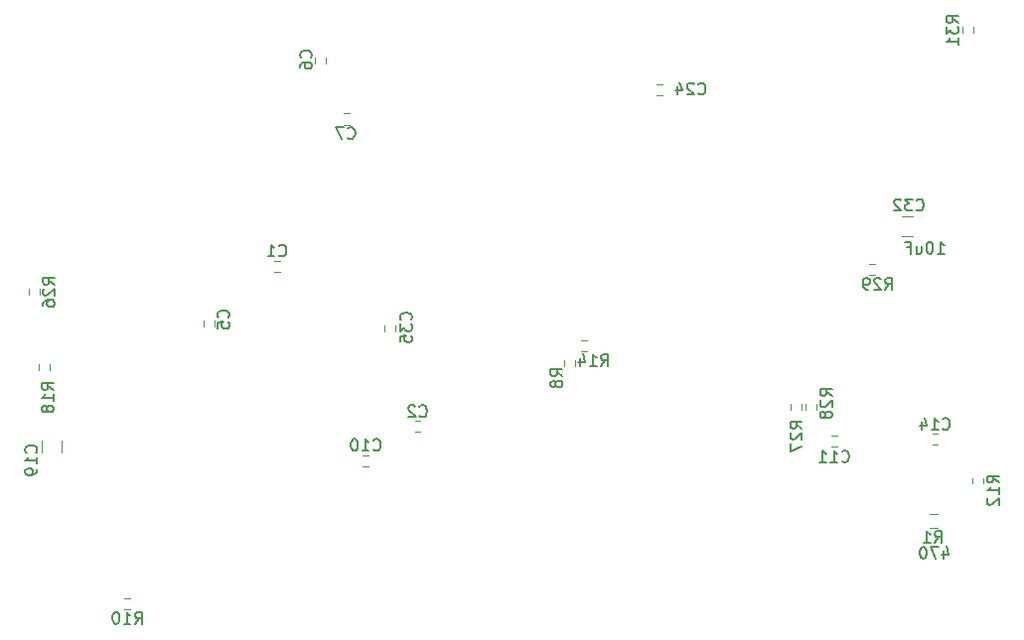
<source format=gbo>
G04 #@! TF.GenerationSoftware,KiCad,Pcbnew,(5.1.2)-1*
G04 #@! TF.CreationDate,2020-06-11T21:16:14+09:00*
G04 #@! TF.ProjectId,o2_breakout,6f325f62-7265-4616-9b6f-75742e6b6963,rev?*
G04 #@! TF.SameCoordinates,Original*
G04 #@! TF.FileFunction,Legend,Bot*
G04 #@! TF.FilePolarity,Positive*
%FSLAX46Y46*%
G04 Gerber Fmt 4.6, Leading zero omitted, Abs format (unit mm)*
G04 Created by KiCad (PCBNEW (5.1.2)-1) date 2020-06-11 21:16:14*
%MOMM*%
%LPD*%
G04 APERTURE LIST*
%ADD10C,0.120000*%
%ADD11C,0.150000*%
G04 APERTURE END LIST*
D10*
X104165500Y-101548120D02*
X104165500Y-102048120D01*
X103225500Y-102048120D02*
X103225500Y-101548120D01*
X182892800Y-72800400D02*
X182892800Y-73300400D01*
X181952800Y-73300400D02*
X181952800Y-72800400D01*
X182816400Y-111756000D02*
X182816400Y-111256000D01*
X183756400Y-111256000D02*
X183756400Y-111756000D01*
X174481300Y-93916600D02*
X173981300Y-93916600D01*
X173981300Y-92976600D02*
X174481300Y-92976600D01*
X168592400Y-105444100D02*
X168592400Y-104944100D01*
X169532400Y-104944100D02*
X169532400Y-105444100D01*
X167322400Y-105444100D02*
X167322400Y-104944100D01*
X168262400Y-104944100D02*
X168262400Y-105444100D01*
X110544800Y-121526200D02*
X111044800Y-121526200D01*
X111044800Y-122466200D02*
X110544800Y-122466200D01*
X102374600Y-95652400D02*
X102374600Y-95152400D01*
X103314600Y-95152400D02*
X103314600Y-95652400D01*
X148942600Y-101225800D02*
X148942600Y-101725800D01*
X148002600Y-101725800D02*
X148002600Y-101225800D01*
X149479900Y-99532600D02*
X149979900Y-99532600D01*
X149979900Y-100472600D02*
X149479900Y-100472600D01*
X155891420Y-77713740D02*
X156391420Y-77713740D01*
X156391420Y-78653740D02*
X155891420Y-78653740D01*
X179874100Y-114363200D02*
X179174100Y-114363200D01*
X179174100Y-115563200D02*
X179874100Y-115563200D01*
X103513520Y-109110400D02*
X103513520Y-108110400D01*
X105213520Y-108110400D02*
X105213520Y-109110400D01*
X127716380Y-75388660D02*
X127716380Y-75888660D01*
X126776380Y-75888660D02*
X126776380Y-75388660D01*
X133642200Y-98225800D02*
X133642200Y-98725800D01*
X132702200Y-98725800D02*
X132702200Y-98225800D01*
X176774220Y-88977100D02*
X177774220Y-88977100D01*
X177774220Y-90677100D02*
X176774220Y-90677100D01*
X135781300Y-107356000D02*
X135281300Y-107356000D01*
X135281300Y-106416000D02*
X135781300Y-106416000D01*
X123792500Y-93652700D02*
X123292500Y-93652700D01*
X123292500Y-92712700D02*
X123792500Y-92712700D01*
X179891500Y-108445400D02*
X179391500Y-108445400D01*
X179391500Y-107505400D02*
X179891500Y-107505400D01*
X170790500Y-107686000D02*
X171290500Y-107686000D01*
X171290500Y-108626000D02*
X170790500Y-108626000D01*
X130849560Y-109351980D02*
X131349560Y-109351980D01*
X131349560Y-110291980D02*
X130849560Y-110291980D01*
X118183200Y-97860300D02*
X118183200Y-98360300D01*
X117243200Y-98360300D02*
X117243200Y-97860300D01*
X129239200Y-80175000D02*
X129739200Y-80175000D01*
X129739200Y-81115000D02*
X129239200Y-81115000D01*
D11*
X104495860Y-103743522D02*
X104019670Y-103410189D01*
X104495860Y-103172094D02*
X103495860Y-103172094D01*
X103495860Y-103553046D01*
X103543480Y-103648284D01*
X103591099Y-103695903D01*
X103686337Y-103743522D01*
X103829194Y-103743522D01*
X103924432Y-103695903D01*
X103972051Y-103648284D01*
X104019670Y-103553046D01*
X104019670Y-103172094D01*
X104495860Y-104695903D02*
X104495860Y-104124475D01*
X104495860Y-104410189D02*
X103495860Y-104410189D01*
X103638718Y-104314951D01*
X103733956Y-104219713D01*
X103781575Y-104124475D01*
X103924432Y-105267332D02*
X103876813Y-105172094D01*
X103829194Y-105124475D01*
X103733956Y-105076856D01*
X103686337Y-105076856D01*
X103591099Y-105124475D01*
X103543480Y-105172094D01*
X103495860Y-105267332D01*
X103495860Y-105457808D01*
X103543480Y-105553046D01*
X103591099Y-105600665D01*
X103686337Y-105648284D01*
X103733956Y-105648284D01*
X103829194Y-105600665D01*
X103876813Y-105553046D01*
X103924432Y-105457808D01*
X103924432Y-105267332D01*
X103972051Y-105172094D01*
X104019670Y-105124475D01*
X104114908Y-105076856D01*
X104305384Y-105076856D01*
X104400622Y-105124475D01*
X104448241Y-105172094D01*
X104495860Y-105267332D01*
X104495860Y-105457808D01*
X104448241Y-105553046D01*
X104400622Y-105600665D01*
X104305384Y-105648284D01*
X104114908Y-105648284D01*
X104019670Y-105600665D01*
X103972051Y-105553046D01*
X103924432Y-105457808D01*
X181605180Y-72407542D02*
X181128990Y-72074209D01*
X181605180Y-71836114D02*
X180605180Y-71836114D01*
X180605180Y-72217066D01*
X180652800Y-72312304D01*
X180700419Y-72359923D01*
X180795657Y-72407542D01*
X180938514Y-72407542D01*
X181033752Y-72359923D01*
X181081371Y-72312304D01*
X181128990Y-72217066D01*
X181128990Y-71836114D01*
X180605180Y-72740876D02*
X180605180Y-73359923D01*
X180986133Y-73026590D01*
X180986133Y-73169447D01*
X181033752Y-73264685D01*
X181081371Y-73312304D01*
X181176609Y-73359923D01*
X181414704Y-73359923D01*
X181509942Y-73312304D01*
X181557561Y-73264685D01*
X181605180Y-73169447D01*
X181605180Y-72883733D01*
X181557561Y-72788495D01*
X181509942Y-72740876D01*
X181605180Y-74312304D02*
X181605180Y-73740876D01*
X181605180Y-74026590D02*
X180605180Y-74026590D01*
X180748038Y-73931352D01*
X180843276Y-73836114D01*
X180890895Y-73740876D01*
X185072280Y-111663242D02*
X184596090Y-111329909D01*
X185072280Y-111091814D02*
X184072280Y-111091814D01*
X184072280Y-111472766D01*
X184119900Y-111568004D01*
X184167519Y-111615623D01*
X184262757Y-111663242D01*
X184405614Y-111663242D01*
X184500852Y-111615623D01*
X184548471Y-111568004D01*
X184596090Y-111472766D01*
X184596090Y-111091814D01*
X185072280Y-112615623D02*
X185072280Y-112044195D01*
X185072280Y-112329909D02*
X184072280Y-112329909D01*
X184215138Y-112234671D01*
X184310376Y-112139433D01*
X184357995Y-112044195D01*
X184167519Y-112996576D02*
X184119900Y-113044195D01*
X184072280Y-113139433D01*
X184072280Y-113377528D01*
X184119900Y-113472766D01*
X184167519Y-113520385D01*
X184262757Y-113568004D01*
X184357995Y-113568004D01*
X184500852Y-113520385D01*
X185072280Y-112948957D01*
X185072280Y-113568004D01*
X175394857Y-95194380D02*
X175728190Y-94718190D01*
X175966285Y-95194380D02*
X175966285Y-94194380D01*
X175585333Y-94194380D01*
X175490095Y-94242000D01*
X175442476Y-94289619D01*
X175394857Y-94384857D01*
X175394857Y-94527714D01*
X175442476Y-94622952D01*
X175490095Y-94670571D01*
X175585333Y-94718190D01*
X175966285Y-94718190D01*
X175013904Y-94289619D02*
X174966285Y-94242000D01*
X174871047Y-94194380D01*
X174632952Y-94194380D01*
X174537714Y-94242000D01*
X174490095Y-94289619D01*
X174442476Y-94384857D01*
X174442476Y-94480095D01*
X174490095Y-94622952D01*
X175061523Y-95194380D01*
X174442476Y-95194380D01*
X173966285Y-95194380D02*
X173775809Y-95194380D01*
X173680571Y-95146761D01*
X173632952Y-95099142D01*
X173537714Y-94956285D01*
X173490095Y-94765809D01*
X173490095Y-94384857D01*
X173537714Y-94289619D01*
X173585333Y-94242000D01*
X173680571Y-94194380D01*
X173871047Y-94194380D01*
X173966285Y-94242000D01*
X174013904Y-94289619D01*
X174061523Y-94384857D01*
X174061523Y-94622952D01*
X174013904Y-94718190D01*
X173966285Y-94765809D01*
X173871047Y-94813428D01*
X173680571Y-94813428D01*
X173585333Y-94765809D01*
X173537714Y-94718190D01*
X173490095Y-94622952D01*
X170845180Y-104261942D02*
X170368990Y-103928609D01*
X170845180Y-103690514D02*
X169845180Y-103690514D01*
X169845180Y-104071466D01*
X169892800Y-104166704D01*
X169940419Y-104214323D01*
X170035657Y-104261942D01*
X170178514Y-104261942D01*
X170273752Y-104214323D01*
X170321371Y-104166704D01*
X170368990Y-104071466D01*
X170368990Y-103690514D01*
X169940419Y-104642895D02*
X169892800Y-104690514D01*
X169845180Y-104785752D01*
X169845180Y-105023847D01*
X169892800Y-105119085D01*
X169940419Y-105166704D01*
X170035657Y-105214323D01*
X170130895Y-105214323D01*
X170273752Y-105166704D01*
X170845180Y-104595276D01*
X170845180Y-105214323D01*
X170273752Y-105785752D02*
X170226133Y-105690514D01*
X170178514Y-105642895D01*
X170083276Y-105595276D01*
X170035657Y-105595276D01*
X169940419Y-105642895D01*
X169892800Y-105690514D01*
X169845180Y-105785752D01*
X169845180Y-105976228D01*
X169892800Y-106071466D01*
X169940419Y-106119085D01*
X170035657Y-106166704D01*
X170083276Y-106166704D01*
X170178514Y-106119085D01*
X170226133Y-106071466D01*
X170273752Y-105976228D01*
X170273752Y-105785752D01*
X170321371Y-105690514D01*
X170368990Y-105642895D01*
X170464228Y-105595276D01*
X170654704Y-105595276D01*
X170749942Y-105642895D01*
X170797561Y-105690514D01*
X170845180Y-105785752D01*
X170845180Y-105976228D01*
X170797561Y-106071466D01*
X170749942Y-106119085D01*
X170654704Y-106166704D01*
X170464228Y-106166704D01*
X170368990Y-106119085D01*
X170321371Y-106071466D01*
X170273752Y-105976228D01*
X168292480Y-107043242D02*
X167816290Y-106709909D01*
X168292480Y-106471814D02*
X167292480Y-106471814D01*
X167292480Y-106852766D01*
X167340100Y-106948004D01*
X167387719Y-106995623D01*
X167482957Y-107043242D01*
X167625814Y-107043242D01*
X167721052Y-106995623D01*
X167768671Y-106948004D01*
X167816290Y-106852766D01*
X167816290Y-106471814D01*
X167387719Y-107424195D02*
X167340100Y-107471814D01*
X167292480Y-107567052D01*
X167292480Y-107805147D01*
X167340100Y-107900385D01*
X167387719Y-107948004D01*
X167482957Y-107995623D01*
X167578195Y-107995623D01*
X167721052Y-107948004D01*
X168292480Y-107376576D01*
X168292480Y-107995623D01*
X167292480Y-108328957D02*
X167292480Y-108995623D01*
X168292480Y-108567052D01*
X111437657Y-123718580D02*
X111770990Y-123242390D01*
X112009085Y-123718580D02*
X112009085Y-122718580D01*
X111628133Y-122718580D01*
X111532895Y-122766200D01*
X111485276Y-122813819D01*
X111437657Y-122909057D01*
X111437657Y-123051914D01*
X111485276Y-123147152D01*
X111532895Y-123194771D01*
X111628133Y-123242390D01*
X112009085Y-123242390D01*
X110485276Y-123718580D02*
X111056704Y-123718580D01*
X110770990Y-123718580D02*
X110770990Y-122718580D01*
X110866228Y-122861438D01*
X110961466Y-122956676D01*
X111056704Y-123004295D01*
X109866228Y-122718580D02*
X109770990Y-122718580D01*
X109675752Y-122766200D01*
X109628133Y-122813819D01*
X109580514Y-122909057D01*
X109532895Y-123099533D01*
X109532895Y-123337628D01*
X109580514Y-123528104D01*
X109628133Y-123623342D01*
X109675752Y-123670961D01*
X109770990Y-123718580D01*
X109866228Y-123718580D01*
X109961466Y-123670961D01*
X110009085Y-123623342D01*
X110056704Y-123528104D01*
X110104323Y-123337628D01*
X110104323Y-123099533D01*
X110056704Y-122909057D01*
X110009085Y-122813819D01*
X109961466Y-122766200D01*
X109866228Y-122718580D01*
X104566980Y-94759542D02*
X104090790Y-94426209D01*
X104566980Y-94188114D02*
X103566980Y-94188114D01*
X103566980Y-94569066D01*
X103614600Y-94664304D01*
X103662219Y-94711923D01*
X103757457Y-94759542D01*
X103900314Y-94759542D01*
X103995552Y-94711923D01*
X104043171Y-94664304D01*
X104090790Y-94569066D01*
X104090790Y-94188114D01*
X103662219Y-95140495D02*
X103614600Y-95188114D01*
X103566980Y-95283352D01*
X103566980Y-95521447D01*
X103614600Y-95616685D01*
X103662219Y-95664304D01*
X103757457Y-95711923D01*
X103852695Y-95711923D01*
X103995552Y-95664304D01*
X104566980Y-95092876D01*
X104566980Y-95711923D01*
X103566980Y-96569066D02*
X103566980Y-96378590D01*
X103614600Y-96283352D01*
X103662219Y-96235733D01*
X103805076Y-96140495D01*
X103995552Y-96092876D01*
X104376504Y-96092876D01*
X104471742Y-96140495D01*
X104519361Y-96188114D01*
X104566980Y-96283352D01*
X104566980Y-96473828D01*
X104519361Y-96569066D01*
X104471742Y-96616685D01*
X104376504Y-96664304D01*
X104138409Y-96664304D01*
X104043171Y-96616685D01*
X103995552Y-96569066D01*
X103947933Y-96473828D01*
X103947933Y-96283352D01*
X103995552Y-96188114D01*
X104043171Y-96140495D01*
X104138409Y-96092876D01*
X147866360Y-102583953D02*
X147390170Y-102250620D01*
X147866360Y-102012524D02*
X146866360Y-102012524D01*
X146866360Y-102393477D01*
X146913980Y-102488715D01*
X146961599Y-102536334D01*
X147056837Y-102583953D01*
X147199694Y-102583953D01*
X147294932Y-102536334D01*
X147342551Y-102488715D01*
X147390170Y-102393477D01*
X147390170Y-102012524D01*
X147294932Y-103155381D02*
X147247313Y-103060143D01*
X147199694Y-103012524D01*
X147104456Y-102964905D01*
X147056837Y-102964905D01*
X146961599Y-103012524D01*
X146913980Y-103060143D01*
X146866360Y-103155381D01*
X146866360Y-103345858D01*
X146913980Y-103441096D01*
X146961599Y-103488715D01*
X147056837Y-103536334D01*
X147104456Y-103536334D01*
X147199694Y-103488715D01*
X147247313Y-103441096D01*
X147294932Y-103345858D01*
X147294932Y-103155381D01*
X147342551Y-103060143D01*
X147390170Y-103012524D01*
X147485408Y-102964905D01*
X147675884Y-102964905D01*
X147771122Y-103012524D01*
X147818741Y-103060143D01*
X147866360Y-103155381D01*
X147866360Y-103345858D01*
X147818741Y-103441096D01*
X147771122Y-103488715D01*
X147675884Y-103536334D01*
X147485408Y-103536334D01*
X147390170Y-103488715D01*
X147342551Y-103441096D01*
X147294932Y-103345858D01*
X151163257Y-101706940D02*
X151496590Y-101230750D01*
X151734685Y-101706940D02*
X151734685Y-100706940D01*
X151353733Y-100706940D01*
X151258495Y-100754560D01*
X151210876Y-100802179D01*
X151163257Y-100897417D01*
X151163257Y-101040274D01*
X151210876Y-101135512D01*
X151258495Y-101183131D01*
X151353733Y-101230750D01*
X151734685Y-101230750D01*
X150210876Y-101706940D02*
X150782304Y-101706940D01*
X150496590Y-101706940D02*
X150496590Y-100706940D01*
X150591828Y-100849798D01*
X150687066Y-100945036D01*
X150782304Y-100992655D01*
X149353733Y-101040274D02*
X149353733Y-101706940D01*
X149591828Y-100659321D02*
X149829923Y-101373607D01*
X149210876Y-101373607D01*
X159448737Y-78462142D02*
X159496356Y-78509761D01*
X159639213Y-78557380D01*
X159734451Y-78557380D01*
X159877308Y-78509761D01*
X159972546Y-78414523D01*
X160020165Y-78319285D01*
X160067784Y-78128809D01*
X160067784Y-77985952D01*
X160020165Y-77795476D01*
X159972546Y-77700238D01*
X159877308Y-77605000D01*
X159734451Y-77557380D01*
X159639213Y-77557380D01*
X159496356Y-77605000D01*
X159448737Y-77652619D01*
X159067784Y-77652619D02*
X159020165Y-77605000D01*
X158924927Y-77557380D01*
X158686832Y-77557380D01*
X158591594Y-77605000D01*
X158543975Y-77652619D01*
X158496356Y-77747857D01*
X158496356Y-77843095D01*
X158543975Y-77985952D01*
X159115403Y-78557380D01*
X158496356Y-78557380D01*
X157639213Y-77890714D02*
X157639213Y-78557380D01*
X157877308Y-77509761D02*
X158115403Y-78224047D01*
X157496356Y-78224047D01*
X179614566Y-116807500D02*
X179947900Y-116331310D01*
X180185995Y-116807500D02*
X180185995Y-115807500D01*
X179805042Y-115807500D01*
X179709804Y-115855120D01*
X179662185Y-115902739D01*
X179614566Y-115997977D01*
X179614566Y-116140834D01*
X179662185Y-116236072D01*
X179709804Y-116283691D01*
X179805042Y-116331310D01*
X180185995Y-116331310D01*
X178662185Y-116807500D02*
X179233614Y-116807500D01*
X178947900Y-116807500D02*
X178947900Y-115807500D01*
X179043138Y-115950358D01*
X179138376Y-116045596D01*
X179233614Y-116093215D01*
X180336804Y-117474334D02*
X180336804Y-118141000D01*
X180574900Y-117093381D02*
X180812995Y-117807667D01*
X180193947Y-117807667D01*
X179908233Y-117141000D02*
X179241566Y-117141000D01*
X179670138Y-118141000D01*
X178670138Y-117141000D02*
X178574900Y-117141000D01*
X178479661Y-117188620D01*
X178432042Y-117236239D01*
X178384423Y-117331477D01*
X178336804Y-117521953D01*
X178336804Y-117760048D01*
X178384423Y-117950524D01*
X178432042Y-118045762D01*
X178479661Y-118093381D01*
X178574900Y-118141000D01*
X178670138Y-118141000D01*
X178765376Y-118093381D01*
X178812995Y-118045762D01*
X178860614Y-117950524D01*
X178908233Y-117760048D01*
X178908233Y-117521953D01*
X178860614Y-117331477D01*
X178812995Y-117236239D01*
X178765376Y-117188620D01*
X178670138Y-117141000D01*
X102985842Y-109110542D02*
X103033461Y-109062923D01*
X103081080Y-108920066D01*
X103081080Y-108824828D01*
X103033461Y-108681971D01*
X102938223Y-108586733D01*
X102842985Y-108539114D01*
X102652509Y-108491495D01*
X102509652Y-108491495D01*
X102319176Y-108539114D01*
X102223938Y-108586733D01*
X102128700Y-108681971D01*
X102081080Y-108824828D01*
X102081080Y-108920066D01*
X102128700Y-109062923D01*
X102176319Y-109110542D01*
X103081080Y-110062923D02*
X103081080Y-109491495D01*
X103081080Y-109777209D02*
X102081080Y-109777209D01*
X102223938Y-109681971D01*
X102319176Y-109586733D01*
X102366795Y-109491495D01*
X103081080Y-110539114D02*
X103081080Y-110729590D01*
X103033461Y-110824828D01*
X102985842Y-110872447D01*
X102842985Y-110967685D01*
X102652509Y-111015304D01*
X102271557Y-111015304D01*
X102176319Y-110967685D01*
X102128700Y-110920066D01*
X102081080Y-110824828D01*
X102081080Y-110634352D01*
X102128700Y-110539114D01*
X102176319Y-110491495D01*
X102271557Y-110443876D01*
X102509652Y-110443876D01*
X102604890Y-110491495D01*
X102652509Y-110539114D01*
X102700128Y-110634352D01*
X102700128Y-110824828D01*
X102652509Y-110920066D01*
X102604890Y-110967685D01*
X102509652Y-111015304D01*
X126417342Y-75411033D02*
X126464961Y-75363414D01*
X126512580Y-75220557D01*
X126512580Y-75125319D01*
X126464961Y-74982461D01*
X126369723Y-74887223D01*
X126274485Y-74839604D01*
X126084009Y-74791985D01*
X125941152Y-74791985D01*
X125750676Y-74839604D01*
X125655438Y-74887223D01*
X125560200Y-74982461D01*
X125512580Y-75125319D01*
X125512580Y-75220557D01*
X125560200Y-75363414D01*
X125607819Y-75411033D01*
X125512580Y-76268176D02*
X125512580Y-76077700D01*
X125560200Y-75982461D01*
X125607819Y-75934842D01*
X125750676Y-75839604D01*
X125941152Y-75791985D01*
X126322104Y-75791985D01*
X126417342Y-75839604D01*
X126464961Y-75887223D01*
X126512580Y-75982461D01*
X126512580Y-76172938D01*
X126464961Y-76268176D01*
X126417342Y-76315795D01*
X126322104Y-76363414D01*
X126084009Y-76363414D01*
X125988771Y-76315795D01*
X125941152Y-76268176D01*
X125893533Y-76172938D01*
X125893533Y-75982461D01*
X125941152Y-75887223D01*
X125988771Y-75839604D01*
X126084009Y-75791985D01*
X134944122Y-97789762D02*
X134991741Y-97742143D01*
X135039360Y-97599286D01*
X135039360Y-97504048D01*
X134991741Y-97361191D01*
X134896503Y-97265953D01*
X134801265Y-97218334D01*
X134610789Y-97170715D01*
X134467932Y-97170715D01*
X134277456Y-97218334D01*
X134182218Y-97265953D01*
X134086980Y-97361191D01*
X134039360Y-97504048D01*
X134039360Y-97599286D01*
X134086980Y-97742143D01*
X134134599Y-97789762D01*
X134039360Y-98123096D02*
X134039360Y-98742143D01*
X134420313Y-98408810D01*
X134420313Y-98551667D01*
X134467932Y-98646905D01*
X134515551Y-98694524D01*
X134610789Y-98742143D01*
X134848884Y-98742143D01*
X134944122Y-98694524D01*
X134991741Y-98646905D01*
X135039360Y-98551667D01*
X135039360Y-98265953D01*
X134991741Y-98170715D01*
X134944122Y-98123096D01*
X134039360Y-99646905D02*
X134039360Y-99170715D01*
X134515551Y-99123096D01*
X134467932Y-99170715D01*
X134420313Y-99265953D01*
X134420313Y-99504048D01*
X134467932Y-99599286D01*
X134515551Y-99646905D01*
X134610789Y-99694524D01*
X134848884Y-99694524D01*
X134944122Y-99646905D01*
X134991741Y-99599286D01*
X135039360Y-99504048D01*
X135039360Y-99265953D01*
X134991741Y-99170715D01*
X134944122Y-99123096D01*
X178044077Y-88380842D02*
X178091696Y-88428461D01*
X178234553Y-88476080D01*
X178329791Y-88476080D01*
X178472648Y-88428461D01*
X178567886Y-88333223D01*
X178615505Y-88237985D01*
X178663124Y-88047509D01*
X178663124Y-87904652D01*
X178615505Y-87714176D01*
X178567886Y-87618938D01*
X178472648Y-87523700D01*
X178329791Y-87476080D01*
X178234553Y-87476080D01*
X178091696Y-87523700D01*
X178044077Y-87571319D01*
X177710743Y-87476080D02*
X177091696Y-87476080D01*
X177425029Y-87857033D01*
X177282172Y-87857033D01*
X177186934Y-87904652D01*
X177139315Y-87952271D01*
X177091696Y-88047509D01*
X177091696Y-88285604D01*
X177139315Y-88380842D01*
X177186934Y-88428461D01*
X177282172Y-88476080D01*
X177567886Y-88476080D01*
X177663124Y-88428461D01*
X177710743Y-88380842D01*
X176710743Y-87571319D02*
X176663124Y-87523700D01*
X176567886Y-87476080D01*
X176329791Y-87476080D01*
X176234553Y-87523700D01*
X176186934Y-87571319D01*
X176139315Y-87666557D01*
X176139315Y-87761795D01*
X176186934Y-87904652D01*
X176758362Y-88476080D01*
X176139315Y-88476080D01*
X179849328Y-92120980D02*
X180420757Y-92120980D01*
X180135042Y-92120980D02*
X180135042Y-91120980D01*
X180230280Y-91263838D01*
X180325519Y-91359076D01*
X180420757Y-91406695D01*
X179230280Y-91120980D02*
X179135042Y-91120980D01*
X179039804Y-91168600D01*
X178992185Y-91216219D01*
X178944566Y-91311457D01*
X178896947Y-91501933D01*
X178896947Y-91740028D01*
X178944566Y-91930504D01*
X178992185Y-92025742D01*
X179039804Y-92073361D01*
X179135042Y-92120980D01*
X179230280Y-92120980D01*
X179325519Y-92073361D01*
X179373138Y-92025742D01*
X179420757Y-91930504D01*
X179468376Y-91740028D01*
X179468376Y-91501933D01*
X179420757Y-91311457D01*
X179373138Y-91216219D01*
X179325519Y-91168600D01*
X179230280Y-91120980D01*
X178039804Y-91454314D02*
X178039804Y-92120980D01*
X178468376Y-91454314D02*
X178468376Y-91978123D01*
X178420757Y-92073361D01*
X178325519Y-92120980D01*
X178182661Y-92120980D01*
X178087423Y-92073361D01*
X178039804Y-92025742D01*
X177230280Y-91597171D02*
X177563614Y-91597171D01*
X177563614Y-92120980D02*
X177563614Y-91120980D01*
X177087423Y-91120980D01*
X135697966Y-105973142D02*
X135745585Y-106020761D01*
X135888442Y-106068380D01*
X135983680Y-106068380D01*
X136126538Y-106020761D01*
X136221776Y-105925523D01*
X136269395Y-105830285D01*
X136317014Y-105639809D01*
X136317014Y-105496952D01*
X136269395Y-105306476D01*
X136221776Y-105211238D01*
X136126538Y-105116000D01*
X135983680Y-105068380D01*
X135888442Y-105068380D01*
X135745585Y-105116000D01*
X135697966Y-105163619D01*
X135317014Y-105163619D02*
X135269395Y-105116000D01*
X135174157Y-105068380D01*
X134936061Y-105068380D01*
X134840823Y-105116000D01*
X134793204Y-105163619D01*
X134745585Y-105258857D01*
X134745585Y-105354095D01*
X134793204Y-105496952D01*
X135364633Y-106068380D01*
X134745585Y-106068380D01*
X123709166Y-92269842D02*
X123756785Y-92317461D01*
X123899642Y-92365080D01*
X123994880Y-92365080D01*
X124137738Y-92317461D01*
X124232976Y-92222223D01*
X124280595Y-92126985D01*
X124328214Y-91936509D01*
X124328214Y-91793652D01*
X124280595Y-91603176D01*
X124232976Y-91507938D01*
X124137738Y-91412700D01*
X123994880Y-91365080D01*
X123899642Y-91365080D01*
X123756785Y-91412700D01*
X123709166Y-91460319D01*
X122756785Y-92365080D02*
X123328214Y-92365080D01*
X123042500Y-92365080D02*
X123042500Y-91365080D01*
X123137738Y-91507938D01*
X123232976Y-91603176D01*
X123328214Y-91650795D01*
X180284357Y-107062542D02*
X180331976Y-107110161D01*
X180474833Y-107157780D01*
X180570071Y-107157780D01*
X180712928Y-107110161D01*
X180808166Y-107014923D01*
X180855785Y-106919685D01*
X180903404Y-106729209D01*
X180903404Y-106586352D01*
X180855785Y-106395876D01*
X180808166Y-106300638D01*
X180712928Y-106205400D01*
X180570071Y-106157780D01*
X180474833Y-106157780D01*
X180331976Y-106205400D01*
X180284357Y-106253019D01*
X179331976Y-107157780D02*
X179903404Y-107157780D01*
X179617690Y-107157780D02*
X179617690Y-106157780D01*
X179712928Y-106300638D01*
X179808166Y-106395876D01*
X179903404Y-106443495D01*
X178474833Y-106491114D02*
X178474833Y-107157780D01*
X178712928Y-106110161D02*
X178951023Y-106824447D01*
X178331976Y-106824447D01*
X171683357Y-109846642D02*
X171730976Y-109894261D01*
X171873833Y-109941880D01*
X171969071Y-109941880D01*
X172111928Y-109894261D01*
X172207166Y-109799023D01*
X172254785Y-109703785D01*
X172302404Y-109513309D01*
X172302404Y-109370452D01*
X172254785Y-109179976D01*
X172207166Y-109084738D01*
X172111928Y-108989500D01*
X171969071Y-108941880D01*
X171873833Y-108941880D01*
X171730976Y-108989500D01*
X171683357Y-109037119D01*
X170730976Y-109941880D02*
X171302404Y-109941880D01*
X171016690Y-109941880D02*
X171016690Y-108941880D01*
X171111928Y-109084738D01*
X171207166Y-109179976D01*
X171302404Y-109227595D01*
X169778595Y-109941880D02*
X170350023Y-109941880D01*
X170064309Y-109941880D02*
X170064309Y-108941880D01*
X170159547Y-109084738D01*
X170254785Y-109179976D01*
X170350023Y-109227595D01*
X131757657Y-108853242D02*
X131805276Y-108900861D01*
X131948133Y-108948480D01*
X132043371Y-108948480D01*
X132186228Y-108900861D01*
X132281466Y-108805623D01*
X132329085Y-108710385D01*
X132376704Y-108519909D01*
X132376704Y-108377052D01*
X132329085Y-108186576D01*
X132281466Y-108091338D01*
X132186228Y-107996100D01*
X132043371Y-107948480D01*
X131948133Y-107948480D01*
X131805276Y-107996100D01*
X131757657Y-108043719D01*
X130805276Y-108948480D02*
X131376704Y-108948480D01*
X131090990Y-108948480D02*
X131090990Y-107948480D01*
X131186228Y-108091338D01*
X131281466Y-108186576D01*
X131376704Y-108234195D01*
X130186228Y-107948480D02*
X130090990Y-107948480D01*
X129995752Y-107996100D01*
X129948133Y-108043719D01*
X129900514Y-108138957D01*
X129852895Y-108329433D01*
X129852895Y-108567528D01*
X129900514Y-108758004D01*
X129948133Y-108853242D01*
X129995752Y-108900861D01*
X130090990Y-108948480D01*
X130186228Y-108948480D01*
X130281466Y-108900861D01*
X130329085Y-108853242D01*
X130376704Y-108758004D01*
X130424323Y-108567528D01*
X130424323Y-108329433D01*
X130376704Y-108138957D01*
X130329085Y-108043719D01*
X130281466Y-107996100D01*
X130186228Y-107948480D01*
X119365742Y-97562633D02*
X119413361Y-97515014D01*
X119460980Y-97372157D01*
X119460980Y-97276919D01*
X119413361Y-97134061D01*
X119318123Y-97038823D01*
X119222885Y-96991204D01*
X119032409Y-96943585D01*
X118889552Y-96943585D01*
X118699076Y-96991204D01*
X118603838Y-97038823D01*
X118508600Y-97134061D01*
X118460980Y-97276919D01*
X118460980Y-97372157D01*
X118508600Y-97515014D01*
X118556219Y-97562633D01*
X118460980Y-98467395D02*
X118460980Y-97991204D01*
X118937171Y-97943585D01*
X118889552Y-97991204D01*
X118841933Y-98086442D01*
X118841933Y-98324538D01*
X118889552Y-98419776D01*
X118937171Y-98467395D01*
X119032409Y-98515014D01*
X119270504Y-98515014D01*
X119365742Y-98467395D01*
X119413361Y-98419776D01*
X119460980Y-98324538D01*
X119460980Y-98086442D01*
X119413361Y-97991204D01*
X119365742Y-97943585D01*
X129582206Y-82256902D02*
X129629825Y-82304521D01*
X129772682Y-82352140D01*
X129867920Y-82352140D01*
X130010778Y-82304521D01*
X130106016Y-82209283D01*
X130153635Y-82114045D01*
X130201254Y-81923569D01*
X130201254Y-81780712D01*
X130153635Y-81590236D01*
X130106016Y-81494998D01*
X130010778Y-81399760D01*
X129867920Y-81352140D01*
X129772682Y-81352140D01*
X129629825Y-81399760D01*
X129582206Y-81447379D01*
X129248873Y-81352140D02*
X128582206Y-81352140D01*
X129010778Y-82352140D01*
M02*

</source>
